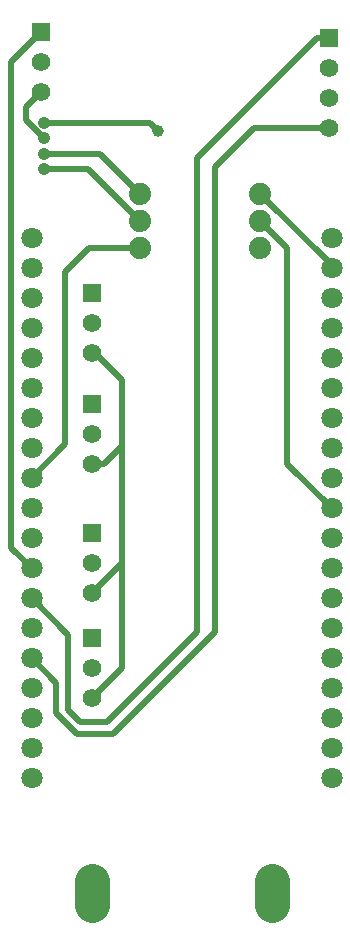
<source format=gbl>
G04 Layer: BottomLayer*
G04 EasyEDA v6.5.1, 2022-07-30 07:33:27*
G04 979763ed04074d789ee4af78e92af6cb,10*
G04 Gerber Generator version 0.2*
G04 Scale: 100 percent, Rotated: No, Reflected: No *
G04 Dimensions in millimeters *
G04 leading zeros omitted , absolute positions ,4 integer and 5 decimal *
%FSLAX45Y45*%
%MOMM*%

%ADD11C,0.5000*%
%ADD12C,1.0000*%
%ADD13C,1.8796*%
%ADD14R,1.5748X1.5748*%
%ADD15C,1.5748*%
%ADD16C,1.8000*%
%ADD17C,3.0000*%

%LPD*%
D11*
X-1168400Y2201595D02*
G01*
X-271195Y2201595D01*
X-203200Y2133600D01*
X-1193800Y2463800D02*
G01*
X-1320800Y2336800D01*
X-1320800Y2223998D01*
X-1168400Y2071598D01*
X-355600Y1600200D02*
G01*
X-697001Y1941601D01*
X-1168400Y1941601D01*
X-355600Y1371600D02*
G01*
X-795604Y1811604D01*
X-1168400Y1811604D01*
X-1275206Y-804545D02*
G01*
X-990600Y-519937D01*
X-990600Y939800D01*
X-787400Y1143000D01*
X-355600Y1143000D01*
X-1275206Y-1566545D02*
G01*
X-1447800Y-1393952D01*
X-1447800Y2717800D01*
X-1193800Y2971800D01*
X-1275334Y-2328671D02*
G01*
X-1066800Y-2536952D01*
X-1066800Y-2794000D01*
X-889000Y-2971800D01*
X-584200Y-2971800D01*
X279400Y-2108200D01*
X279400Y1828800D01*
X609600Y2159000D01*
X1244600Y2159000D01*
X-1275334Y-1820671D02*
G01*
X-965200Y-2130552D01*
X-965200Y-2768600D01*
X-863600Y-2870200D01*
X-635000Y-2870200D01*
X127000Y-2108200D01*
X127000Y1905000D01*
X1143000Y2921000D01*
X1244600Y2921000D01*
X1264793Y-1058545D02*
G01*
X889000Y-682752D01*
X889000Y1143000D01*
X660400Y1371600D01*
X1264793Y973454D02*
G01*
X1264793Y995806D01*
X660400Y1600200D01*
X-762000Y254000D02*
G01*
X-736600Y254000D01*
X-508000Y25400D01*
X-762000Y-685800D02*
G01*
X-663717Y-685800D01*
X-508000Y-530082D01*
X-508000Y25400D01*
X-508000Y-530082D02*
G01*
X-508000Y-1524000D01*
X-762000Y-1778000D01*
X-762000Y-2667000D02*
G01*
X-508000Y-2413000D01*
X-508000Y-1498600D01*
D13*
G01*
X660400Y1371600D03*
G01*
X-355600Y1371600D03*
G01*
X660400Y1600200D03*
G01*
X-355600Y1600200D03*
G01*
X-355600Y1143000D03*
G01*
X660400Y1143000D03*
D14*
G01*
X1244600Y2921000D03*
D15*
G01*
X1244600Y2667000D03*
G01*
X1244600Y2413000D03*
G01*
X1244600Y2159000D03*
G01*
X-1193800Y2463800D03*
G01*
X-1193800Y2717800D03*
D14*
G01*
X-1193800Y2971800D03*
D15*
G01*
X-762000Y-2667000D03*
G01*
X-762000Y-2413000D03*
D14*
G01*
X-762000Y-2159000D03*
D15*
G01*
X-762000Y-1778000D03*
G01*
X-762000Y-1524000D03*
D14*
G01*
X-762000Y-1270000D03*
D15*
G01*
X-762000Y-685800D03*
G01*
X-762000Y-431800D03*
D14*
G01*
X-762000Y-177800D03*
D15*
G01*
X-762000Y254000D03*
G01*
X-762000Y508000D03*
D14*
G01*
X-762000Y762000D03*
D16*
G01*
X1264793Y1227454D03*
G01*
X1264793Y973454D03*
G01*
X1264793Y719454D03*
G01*
X1264793Y465454D03*
G01*
X1264793Y211454D03*
G01*
X1264793Y-42545D03*
G01*
X1264793Y-296545D03*
G01*
X1264793Y-550545D03*
G01*
X1264793Y-804545D03*
G01*
X1264793Y-1058545D03*
G01*
X1264793Y-1312545D03*
G01*
X1264793Y-1566545D03*
G01*
X1264793Y-1820545D03*
G01*
X1264793Y-2074545D03*
G01*
X1264793Y-2328545D03*
G01*
X1264793Y-2582545D03*
G01*
X1264793Y-2836545D03*
G01*
X1264793Y-3090545D03*
G01*
X1264793Y-3344545D03*
G01*
X-1275206Y-3344545D03*
G01*
X-1275206Y-3090545D03*
G01*
X-1275206Y-2836545D03*
G01*
X-1275206Y-2582545D03*
G01*
X-1275206Y-2328545D03*
G01*
X-1275206Y-2074545D03*
G01*
X-1275206Y-1820545D03*
G01*
X-1275206Y-1566545D03*
G01*
X-1275206Y-1312545D03*
G01*
X-1275206Y-1058545D03*
G01*
X-1275206Y-804545D03*
G01*
X-1275206Y-550545D03*
G01*
X-1275206Y-296545D03*
G01*
X-1275206Y-42545D03*
G01*
X-1275206Y211454D03*
G01*
X-1275206Y465454D03*
G01*
X-1275206Y719454D03*
G01*
X-1275206Y973454D03*
G01*
X-1275206Y1227454D03*
D12*
G01*
X-203200Y2133600D03*
X-1168400Y2201595D02*
G01*
X-1168400Y2201595D01*
X-1168400Y2071598D02*
G01*
X-1168400Y2071598D01*
X-1168400Y1941601D02*
G01*
X-1168400Y1941601D01*
X-1168400Y1811604D02*
G01*
X-1168400Y1811604D01*
D17*
X762000Y-4218000D02*
G01*
X762000Y-4417999D01*
X-762000Y-4218000D02*
G01*
X-762000Y-4417999D01*
M02*

</source>
